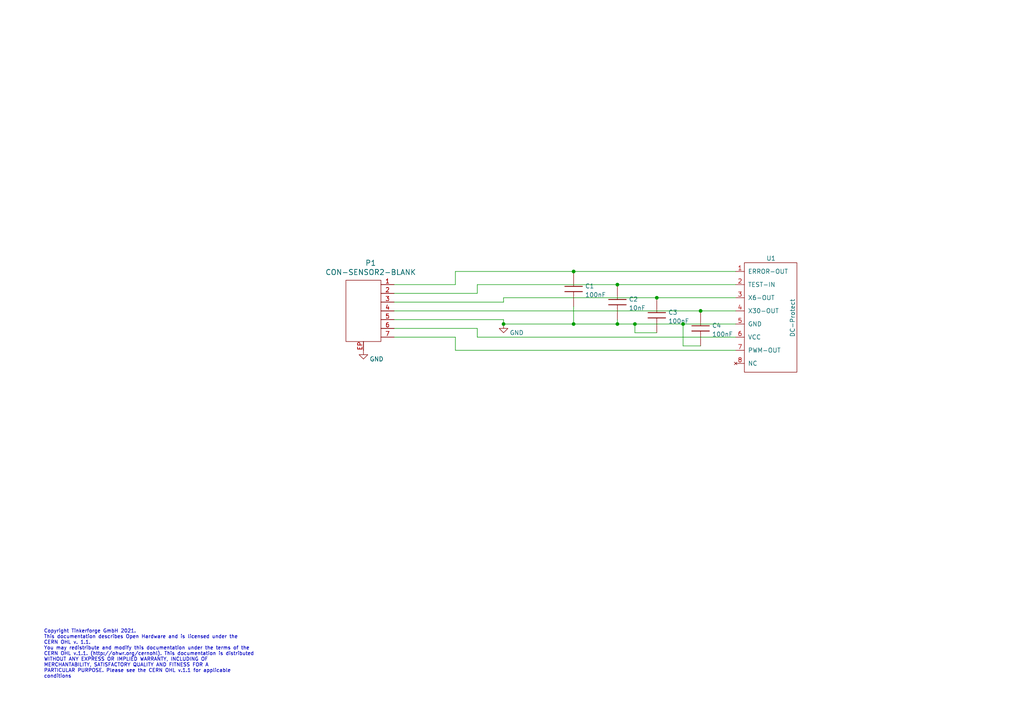
<source format=kicad_sch>
(kicad_sch (version 20211123) (generator eeschema)

  (uuid 272ebfdf-fcd1-45ea-a381-aa8861670110)

  (paper "A4")

  (title_block
    (title "DC Protect")
    (date "2022-12-07")
    (rev "1.3")
    (company "Tinkerforge GmbH")
    (comment 1 "Licensed under CERN OHL v.1.1")
    (comment 2 "Copyright (©) 2020, T.Schneidermann <tim@tinkerforge.com>")
  )

  (lib_symbols
    (symbol "tinkerforge:C" (pin_numbers hide) (pin_names (offset 0.254)) (in_bom yes) (on_board yes)
      (property "Reference" "C" (id 0) (at 1.27 2.54 0)
        (effects (font (size 1.27 1.27)) (justify left))
      )
      (property "Value" "C" (id 1) (at 1.27 -2.54 0)
        (effects (font (size 1.27 1.27)) (justify left))
      )
      (property "Footprint" "" (id 2) (at 0 0 0)
        (effects (font (size 1.524 1.524)))
      )
      (property "Datasheet" "" (id 3) (at 0 0 0)
        (effects (font (size 1.524 1.524)))
      )
      (property "ki_fp_filters" "SM* C? C1-1" (id 4) (at 0 0 0)
        (effects (font (size 1.27 1.27)) hide)
      )
      (symbol "C_0_1"
        (polyline
          (pts
            (xy -2.54 -0.762)
            (xy 2.54 -0.762)
          )
          (stroke (width 0.254) (type default) (color 0 0 0 0))
          (fill (type none))
        )
        (polyline
          (pts
            (xy -2.54 0.762)
            (xy 2.54 0.762)
          )
          (stroke (width 0.254) (type default) (color 0 0 0 0))
          (fill (type none))
        )
      )
      (symbol "C_1_1"
        (pin passive line (at 0 5.08 270) (length 4.318)
          (name "~" (effects (font (size 1.016 1.016))))
          (number "1" (effects (font (size 1.016 1.016))))
        )
        (pin passive line (at 0 -5.08 90) (length 4.318)
          (name "~" (effects (font (size 1.016 1.016))))
          (number "2" (effects (font (size 1.016 1.016))))
        )
      )
    )
    (symbol "tinkerforge:CON-SENSOR2-BLANK" (pin_names (offset 1.016)) (in_bom yes) (on_board yes)
      (property "Reference" "P" (id 0) (at -3.81 10.16 0)
        (effects (font (size 1.524 1.524)))
      )
      (property "Value" "CON-SENSOR2-BLANK" (id 1) (at 3.81 0 90)
        (effects (font (size 1.524 1.524)))
      )
      (property "Footprint" "" (id 2) (at 2.54 -3.81 0)
        (effects (font (size 1.524 1.524)))
      )
      (property "Datasheet" "" (id 3) (at 2.54 -3.81 0)
        (effects (font (size 1.524 1.524)))
      )
      (property "ki_fp_filters" "CON-SENSOR2" (id 4) (at 0 0 0)
        (effects (font (size 1.27 1.27)) hide)
      )
      (symbol "CON-SENSOR2-BLANK_0_1"
        (rectangle (start -5.08 8.89) (end 5.08 -8.89)
          (stroke (width 0) (type default) (color 0 0 0 0))
          (fill (type none))
        )
      )
      (symbol "CON-SENSOR2-BLANK_1_1"
        (pin passive line (at -8.89 7.62 0) (length 3.81)
          (name "~" (effects (font (size 1.27 1.27))))
          (number "1" (effects (font (size 1.27 1.27))))
        )
        (pin passive line (at -8.89 5.08 0) (length 3.81)
          (name "~" (effects (font (size 1.27 1.27))))
          (number "2" (effects (font (size 1.27 1.27))))
        )
        (pin passive line (at -8.89 2.54 0) (length 3.81)
          (name "~" (effects (font (size 1.27 1.27))))
          (number "3" (effects (font (size 1.27 1.27))))
        )
        (pin passive line (at -8.89 0 0) (length 3.81)
          (name "~" (effects (font (size 1.27 1.27))))
          (number "4" (effects (font (size 1.27 1.27))))
        )
        (pin passive line (at -8.89 -2.54 0) (length 3.81)
          (name "~" (effects (font (size 1.27 1.27))))
          (number "5" (effects (font (size 1.27 1.27))))
        )
        (pin passive line (at -8.89 -5.08 0) (length 3.81)
          (name "~" (effects (font (size 1.27 1.27))))
          (number "6" (effects (font (size 1.27 1.27))))
        )
        (pin passive line (at -8.89 -7.62 0) (length 3.81)
          (name "~" (effects (font (size 1.27 1.27))))
          (number "7" (effects (font (size 1.27 1.27))))
        )
        (pin passive line (at 0 -11.43 90) (length 2.54)
          (name "~" (effects (font (size 1.27 1.27))))
          (number "EP" (effects (font (size 1.27 1.27))))
        )
      )
    )
    (symbol "tinkerforge:DC-Protect" (pin_names (offset 1.016)) (in_bom yes) (on_board yes)
      (property "Reference" "U" (id 0) (at 0 16.51 0)
        (effects (font (size 1.27 1.27)))
      )
      (property "Value" "DC-Protect" (id 1) (at 6.35 0 90)
        (effects (font (size 1.27 1.27)))
      )
      (property "Footprint" "" (id 2) (at 5.08 11.43 0)
        (effects (font (size 1.27 1.27)) hide)
      )
      (property "Datasheet" "" (id 3) (at 5.08 11.43 0)
        (effects (font (size 1.27 1.27)) hide)
      )
      (symbol "DC-Protect_0_1"
        (rectangle (start -7.62 15.24) (end 7.62 -16.51)
          (stroke (width 0) (type default) (color 0 0 0 0))
          (fill (type none))
        )
      )
      (symbol "DC-Protect_1_1"
        (pin input line (at -10.16 12.7 0) (length 2.54)
          (name "ERROR-OUT" (effects (font (size 1.27 1.27))))
          (number "1" (effects (font (size 1.27 1.27))))
        )
        (pin input line (at -10.16 8.89 0) (length 2.54)
          (name "TEST-IN" (effects (font (size 1.27 1.27))))
          (number "2" (effects (font (size 1.27 1.27))))
        )
        (pin input line (at -10.16 5.08 0) (length 2.54)
          (name "X6-OUT" (effects (font (size 1.27 1.27))))
          (number "3" (effects (font (size 1.27 1.27))))
        )
        (pin input line (at -10.16 1.27 0) (length 2.54)
          (name "X30-OUT" (effects (font (size 1.27 1.27))))
          (number "4" (effects (font (size 1.27 1.27))))
        )
        (pin input line (at -10.16 -2.54 0) (length 2.54)
          (name "GND" (effects (font (size 1.27 1.27))))
          (number "5" (effects (font (size 1.27 1.27))))
        )
        (pin input line (at -10.16 -6.35 0) (length 2.54)
          (name "VCC" (effects (font (size 1.27 1.27))))
          (number "6" (effects (font (size 1.27 1.27))))
        )
        (pin input line (at -10.16 -10.16 0) (length 2.54)
          (name "PWM-OUT" (effects (font (size 1.27 1.27))))
          (number "7" (effects (font (size 1.27 1.27))))
        )
        (pin no_connect line (at -10.16 -13.97 0) (length 2.54)
          (name "NC" (effects (font (size 1.27 1.27))))
          (number "8" (effects (font (size 1.27 1.27))))
        )
      )
    )
    (symbol "tinkerforge:GND" (power) (pin_names (offset 0)) (in_bom yes) (on_board yes)
      (property "Reference" "#PWR" (id 0) (at 0 -6.35 0)
        (effects (font (size 1.27 1.27)) hide)
      )
      (property "Value" "GND" (id 1) (at 0 -5.08 0)
        (effects (font (size 1.27 1.27)))
      )
      (property "Footprint" "" (id 2) (at 0 0 0)
        (effects (font (size 1.27 1.27)))
      )
      (property "Datasheet" "" (id 3) (at 0 0 0)
        (effects (font (size 1.27 1.27)))
      )
      (symbol "GND_0_1"
        (polyline
          (pts
            (xy 0 0)
            (xy 0 -1.27)
            (xy 1.27 -1.27)
            (xy 0 -2.54)
            (xy -1.27 -1.27)
            (xy 0 -1.27)
          )
          (stroke (width 0) (type default) (color 0 0 0 0))
          (fill (type none))
        )
      )
      (symbol "GND_1_1"
        (pin power_in line (at 0 0 270) (length 0) hide
          (name "GND" (effects (font (size 1.27 1.27))))
          (number "1" (effects (font (size 1.27 1.27))))
        )
      )
    )
  )

  (junction (at 184.15 93.98) (diameter 0) (color 0 0 0 0)
    (uuid 0fc3a895-bd67-4d04-81cc-12193be5204e)
  )
  (junction (at 146.05 93.98) (diameter 0) (color 0 0 0 0)
    (uuid 154a3467-97c7-41dd-943a-29ba31551863)
  )
  (junction (at 179.07 93.98) (diameter 0) (color 0 0 0 0)
    (uuid 3cb7391e-7732-47ca-9fed-a7066ef5d3b3)
  )
  (junction (at 190.5 86.36) (diameter 0) (color 0 0 0 0)
    (uuid 7a10fc2c-87ea-4c43-9edf-23c6fb31b7c7)
  )
  (junction (at 203.2 90.17) (diameter 0) (color 0 0 0 0)
    (uuid 7fbdddcb-a77b-4436-9323-c97d3235a1a2)
  )
  (junction (at 166.37 93.98) (diameter 0) (color 0 0 0 0)
    (uuid 870c250b-f6b2-4b86-82af-62a7937074c5)
  )
  (junction (at 166.37 78.74) (diameter 0) (color 0 0 0 0)
    (uuid 8984fd14-a822-4c05-9e81-5b3317ac97b4)
  )
  (junction (at 179.07 82.55) (diameter 0) (color 0 0 0 0)
    (uuid c0bcab15-73eb-4ece-a4bd-4ca51ef7bb9d)
  )
  (junction (at 198.12 93.98) (diameter 0) (color 0 0 0 0)
    (uuid dcc3e7ae-e8a3-40b9-be0a-42b6f8c1564a)
  )

  (wire (pts (xy 132.08 78.74) (xy 166.37 78.74))
    (stroke (width 0) (type default) (color 0 0 0 0))
    (uuid 155065bc-7675-4721-b549-cf448608b903)
  )
  (wire (pts (xy 138.43 85.09) (xy 114.3 85.09))
    (stroke (width 0) (type default) (color 0 0 0 0))
    (uuid 1f24e7a0-83e7-4b04-b0f0-b5cf181621ea)
  )
  (wire (pts (xy 114.3 82.55) (xy 132.08 82.55))
    (stroke (width 0) (type default) (color 0 0 0 0))
    (uuid 2f9ee7a2-4948-4ed7-994f-c0af40cbd64b)
  )
  (wire (pts (xy 166.37 88.9) (xy 166.37 93.98))
    (stroke (width 0) (type default) (color 0 0 0 0))
    (uuid 3c70e3b0-6d08-4c68-ae97-9422028e6edc)
  )
  (wire (pts (xy 138.43 82.55) (xy 138.43 85.09))
    (stroke (width 0) (type default) (color 0 0 0 0))
    (uuid 407c59f9-e0b6-4359-b516-d1540b0cd19b)
  )
  (wire (pts (xy 114.3 87.63) (xy 146.05 87.63))
    (stroke (width 0) (type default) (color 0 0 0 0))
    (uuid 516c923f-0b7d-4db9-8ff3-69016a49e8d8)
  )
  (wire (pts (xy 166.37 93.98) (xy 179.07 93.98))
    (stroke (width 0) (type default) (color 0 0 0 0))
    (uuid 540b5768-7d62-4b82-9012-bab6666414c6)
  )
  (wire (pts (xy 203.2 100.33) (xy 198.12 100.33))
    (stroke (width 0) (type default) (color 0 0 0 0))
    (uuid 56303c99-3e04-449b-af2a-e8b75c130cb7)
  )
  (wire (pts (xy 138.43 97.79) (xy 213.36 97.79))
    (stroke (width 0) (type default) (color 0 0 0 0))
    (uuid 5a544766-3892-4e7d-a44a-7a62e752f539)
  )
  (wire (pts (xy 146.05 92.71) (xy 146.05 93.98))
    (stroke (width 0) (type default) (color 0 0 0 0))
    (uuid 654b790a-a4bf-44d5-953e-33eb83a2a0fd)
  )
  (wire (pts (xy 132.08 97.79) (xy 132.08 101.6))
    (stroke (width 0) (type default) (color 0 0 0 0))
    (uuid 6c56db3a-f4df-4297-b18f-99014d8456db)
  )
  (wire (pts (xy 138.43 97.79) (xy 138.43 95.25))
    (stroke (width 0) (type default) (color 0 0 0 0))
    (uuid 7faeb220-f8d7-4d7c-b615-a564b2a7cecf)
  )
  (wire (pts (xy 146.05 87.63) (xy 146.05 86.36))
    (stroke (width 0) (type default) (color 0 0 0 0))
    (uuid 89b161db-ca8d-4fee-b889-22c0bf31b61b)
  )
  (wire (pts (xy 190.5 96.52) (xy 184.15 96.52))
    (stroke (width 0) (type default) (color 0 0 0 0))
    (uuid 8dfebe29-b880-485a-aa91-0748c605d0a9)
  )
  (wire (pts (xy 146.05 93.98) (xy 166.37 93.98))
    (stroke (width 0) (type default) (color 0 0 0 0))
    (uuid 94cea7d9-60d1-4f8d-ba03-9f29992b8913)
  )
  (wire (pts (xy 179.07 92.71) (xy 179.07 93.98))
    (stroke (width 0) (type default) (color 0 0 0 0))
    (uuid 9ccc7bb2-ac33-4309-82dd-df6450c18543)
  )
  (wire (pts (xy 114.3 97.79) (xy 132.08 97.79))
    (stroke (width 0) (type default) (color 0 0 0 0))
    (uuid a86d404b-2b1d-430b-8cfe-a280dc50c4af)
  )
  (wire (pts (xy 132.08 101.6) (xy 213.36 101.6))
    (stroke (width 0) (type default) (color 0 0 0 0))
    (uuid bdb6eb6c-b6a7-4389-b85b-b884f12b2e9d)
  )
  (wire (pts (xy 184.15 93.98) (xy 184.15 96.52))
    (stroke (width 0) (type default) (color 0 0 0 0))
    (uuid c08ad362-b2fe-4efc-a0ab-3cb3eb330e99)
  )
  (wire (pts (xy 198.12 100.33) (xy 198.12 93.98))
    (stroke (width 0) (type default) (color 0 0 0 0))
    (uuid c8fffb91-90c2-46cb-acb0-406f9dff347e)
  )
  (wire (pts (xy 132.08 82.55) (xy 132.08 78.74))
    (stroke (width 0) (type default) (color 0 0 0 0))
    (uuid c9199ef2-1143-40fe-bbdd-0ddf037198b6)
  )
  (wire (pts (xy 190.5 86.36) (xy 213.36 86.36))
    (stroke (width 0) (type default) (color 0 0 0 0))
    (uuid cfac232c-92c8-4b1f-9df4-273c7caf3e10)
  )
  (wire (pts (xy 114.3 92.71) (xy 146.05 92.71))
    (stroke (width 0) (type default) (color 0 0 0 0))
    (uuid d0b78cb9-a369-4d6c-9613-487b13d96713)
  )
  (wire (pts (xy 138.43 95.25) (xy 114.3 95.25))
    (stroke (width 0) (type default) (color 0 0 0 0))
    (uuid d28c5f89-fb87-4505-b972-b729ded4d3df)
  )
  (wire (pts (xy 138.43 82.55) (xy 179.07 82.55))
    (stroke (width 0) (type default) (color 0 0 0 0))
    (uuid d860b1ee-daa5-4f7a-8135-79ed9718eb1c)
  )
  (wire (pts (xy 184.15 93.98) (xy 198.12 93.98))
    (stroke (width 0) (type default) (color 0 0 0 0))
    (uuid ddd19dc8-a427-41c0-99fd-e761642a1672)
  )
  (wire (pts (xy 114.3 90.17) (xy 203.2 90.17))
    (stroke (width 0) (type default) (color 0 0 0 0))
    (uuid ecb6249a-3b1c-42ec-badd-6ef1e522456f)
  )
  (wire (pts (xy 179.07 93.98) (xy 184.15 93.98))
    (stroke (width 0) (type default) (color 0 0 0 0))
    (uuid ed28771f-d1db-4a85-ac51-1bedf143fde9)
  )
  (wire (pts (xy 203.2 90.17) (xy 213.36 90.17))
    (stroke (width 0) (type default) (color 0 0 0 0))
    (uuid eeccb180-1c9c-4014-b728-ac77d5250d7f)
  )
  (wire (pts (xy 179.07 82.55) (xy 213.36 82.55))
    (stroke (width 0) (type default) (color 0 0 0 0))
    (uuid f788a16e-7b1b-48fc-bf15-43e96f548733)
  )
  (wire (pts (xy 166.37 78.74) (xy 213.36 78.74))
    (stroke (width 0) (type default) (color 0 0 0 0))
    (uuid f9ffe06f-79bf-466f-add1-93d3422389e6)
  )
  (wire (pts (xy 146.05 86.36) (xy 190.5 86.36))
    (stroke (width 0) (type default) (color 0 0 0 0))
    (uuid fa177b43-8874-4edb-b267-54a6a0a40d90)
  )
  (wire (pts (xy 198.12 93.98) (xy 213.36 93.98))
    (stroke (width 0) (type default) (color 0 0 0 0))
    (uuid fb35bfa2-e440-4817-8a41-cc77ded456e6)
  )

  (text "Copyright Tinkerforge GmbH 2021.\nThis documentation describes Open Hardware and is licensed under the\nCERN OHL v. 1.1.\nYou may redistribute and modify this documentation under the terms of the\nCERN OHL v.1.1. (http://ohwr.org/cernohl). This documentation is distributed\nWITHOUT ANY EXPRESS OR IMPLIED WARRANTY, INCLUDING OF\nMERCHANTABILITY, SATISFACTORY QUALITY AND FITNESS FOR A\nPARTICULAR PURPOSE. Please see the CERN OHL v.1.1 for applicable\nconditions\n"
    (at 12.7 196.85 0)
    (effects (font (size 1.016 1.016)) (justify left bottom))
    (uuid d7872dd2-e445-44b3-8bd5-d106136946c0)
  )

  (symbol (lib_id "tinkerforge:DC-Protect") (at 223.52 91.44 0) (unit 1)
    (in_bom yes) (on_board yes)
    (uuid 00000000-0000-0000-0000-0000603506d1)
    (property "Reference" "U1" (id 0) (at 222.25 74.93 0)
      (effects (font (size 1.27 1.27)) (justify left))
    )
    (property "Value" "DC-Protect" (id 1) (at 229.87 97.79 90)
      (effects (font (size 1.27 1.27)) (justify left))
    )
    (property "Footprint" "kicad-libraries:DC-Protect" (id 2) (at 228.6 80.01 0)
      (effects (font (size 1.27 1.27)) hide)
    )
    (property "Datasheet" "" (id 3) (at 228.6 80.01 0)
      (effects (font (size 1.27 1.27)) hide)
    )
    (pin "1" (uuid f569fb72-89e0-4359-91cc-f5c2101e3c12))
    (pin "2" (uuid 20286f44-165b-48e8-b89f-e5d786fb37aa))
    (pin "3" (uuid 2bfb47cf-9e94-4e94-b55b-83fddf5bb2d9))
    (pin "4" (uuid 3ae51e89-e86f-4095-826a-29c536a4f4a8))
    (pin "5" (uuid aeaa68be-5424-4f00-b6ea-1c43729156c2))
    (pin "6" (uuid 007f5c3f-98fa-41a4-9b1b-18c63b25a095))
    (pin "7" (uuid 91d0ed1a-23cd-40de-8483-888679b9fe4b))
    (pin "8" (uuid 1fe9cc30-3fa5-40db-8edb-0caec2aa609d))
  )

  (symbol (lib_id "tinkerforge:GND") (at 146.05 93.98 0) (unit 1)
    (in_bom yes) (on_board yes)
    (uuid 00000000-0000-0000-0000-0000603516d0)
    (property "Reference" "#PWR0101" (id 0) (at 146.05 100.33 0)
      (effects (font (size 1.27 1.27)) hide)
    )
    (property "Value" "GND" (id 1) (at 149.86 96.52 0))
    (property "Footprint" "" (id 2) (at 146.05 93.98 0))
    (property "Datasheet" "" (id 3) (at 146.05 93.98 0))
    (pin "1" (uuid e5cfe0b8-f876-4055-9040-436f93f9c373))
  )

  (symbol (lib_id "tinkerforge:CON-SENSOR2-BLANK") (at 105.41 90.17 0) (mirror y) (unit 1)
    (in_bom yes) (on_board yes)
    (uuid 00000000-0000-0000-0000-000060362595)
    (property "Reference" "P1" (id 0) (at 107.5182 76.2762 0)
      (effects (font (size 1.524 1.524)))
    )
    (property "Value" "CON-SENSOR2-BLANK" (id 1) (at 107.5182 78.9686 0)
      (effects (font (size 1.524 1.524)))
    )
    (property "Footprint" "kicad-libraries:CON-SENSOR2_180" (id 2) (at 102.87 93.98 0)
      (effects (font (size 1.524 1.524)) hide)
    )
    (property "Datasheet" "" (id 3) (at 102.87 93.98 0)
      (effects (font (size 1.524 1.524)))
    )
    (pin "1" (uuid 5e8f2d44-f9a7-4087-827f-84e608550e87))
    (pin "2" (uuid ffc04538-430d-4a66-b63d-5951b1559d4d))
    (pin "3" (uuid dd9de381-0d98-4050-8d7e-6a3b98f53b44))
    (pin "4" (uuid bf504a0e-44c3-4817-af4c-496a799c1f0c))
    (pin "5" (uuid 2c23a35f-b4da-4333-8f3c-8878c5e2b041))
    (pin "6" (uuid acfe082f-d477-49ea-8f92-53c3893083ff))
    (pin "7" (uuid 93659fc3-5573-4177-b952-3672414657a9))
    (pin "EP" (uuid 4905a257-80ec-4e17-9b36-1ceece281a20))
  )

  (symbol (lib_id "tinkerforge:GND") (at 105.41 101.6 0) (unit 1)
    (in_bom yes) (on_board yes)
    (uuid 00000000-0000-0000-0000-000060362e67)
    (property "Reference" "#PWR0102" (id 0) (at 105.41 107.95 0)
      (effects (font (size 1.27 1.27)) hide)
    )
    (property "Value" "GND" (id 1) (at 109.22 104.14 0))
    (property "Footprint" "" (id 2) (at 105.41 101.6 0))
    (property "Datasheet" "" (id 3) (at 105.41 101.6 0))
    (pin "1" (uuid 5819a39f-b2c5-4364-becf-6b85474cfe28))
  )

  (symbol (lib_id "tinkerforge:C") (at 166.37 83.82 0) (unit 1)
    (in_bom yes) (on_board yes) (fields_autoplaced)
    (uuid 0c539cf9-0f2b-4bf2-aa76-0e93f8b42f6f)
    (property "Reference" "C1" (id 0) (at 169.672 82.9853 0)
      (effects (font (size 1.27 1.27)) (justify left))
    )
    (property "Value" "100nF" (id 1) (at 169.672 85.5222 0)
      (effects (font (size 1.27 1.27)) (justify left))
    )
    (property "Footprint" "kicad-libraries:C0402E" (id 2) (at 166.37 83.82 0)
      (effects (font (size 1.524 1.524)) hide)
    )
    (property "Datasheet" "" (id 3) (at 166.37 83.82 0)
      (effects (font (size 1.524 1.524)))
    )
    (pin "1" (uuid 992c6e02-0dd4-49c3-a057-8f6ed0d02709))
    (pin "2" (uuid c45f7716-a6f3-4d8d-85fe-1295a81e6637))
  )

  (symbol (lib_id "tinkerforge:C") (at 203.2 95.25 0) (unit 1)
    (in_bom yes) (on_board yes) (fields_autoplaced)
    (uuid 268d46ed-0e82-4f78-98f9-dc2e32eb23e0)
    (property "Reference" "C4" (id 0) (at 206.502 94.4153 0)
      (effects (font (size 1.27 1.27)) (justify left))
    )
    (property "Value" "100nF" (id 1) (at 206.502 96.9522 0)
      (effects (font (size 1.27 1.27)) (justify left))
    )
    (property "Footprint" "kicad-libraries:C0402E" (id 2) (at 203.2 95.25 0)
      (effects (font (size 1.524 1.524)) hide)
    )
    (property "Datasheet" "" (id 3) (at 203.2 95.25 0)
      (effects (font (size 1.524 1.524)))
    )
    (pin "1" (uuid e7490b75-305a-4fee-b47f-bfd609dcface))
    (pin "2" (uuid b56810f0-1db3-4c94-9412-6cad9fd0275f))
  )

  (symbol (lib_id "tinkerforge:C") (at 179.07 87.63 0) (unit 1)
    (in_bom yes) (on_board yes) (fields_autoplaced)
    (uuid 40d4cb64-6fc4-421f-9366-d83348257ad6)
    (property "Reference" "C2" (id 0) (at 182.372 86.7953 0)
      (effects (font (size 1.27 1.27)) (justify left))
    )
    (property "Value" "10nF" (id 1) (at 182.372 89.3322 0)
      (effects (font (size 1.27 1.27)) (justify left))
    )
    (property "Footprint" "kicad-libraries:C0402E" (id 2) (at 179.07 87.63 0)
      (effects (font (size 1.524 1.524)) hide)
    )
    (property "Datasheet" "" (id 3) (at 179.07 87.63 0)
      (effects (font (size 1.524 1.524)))
    )
    (pin "1" (uuid 8c71af29-7540-4e1b-9fae-9fd450cad50f))
    (pin "2" (uuid f2ee2d55-5421-4268-9ba0-24b622b7b615))
  )

  (symbol (lib_id "tinkerforge:C") (at 190.5 91.44 0) (unit 1)
    (in_bom yes) (on_board yes) (fields_autoplaced)
    (uuid a02b25bb-8d99-429c-8672-999513049163)
    (property "Reference" "C3" (id 0) (at 193.802 90.6053 0)
      (effects (font (size 1.27 1.27)) (justify left))
    )
    (property "Value" "100nF" (id 1) (at 193.802 93.1422 0)
      (effects (font (size 1.27 1.27)) (justify left))
    )
    (property "Footprint" "kicad-libraries:C0402E" (id 2) (at 190.5 91.44 0)
      (effects (font (size 1.524 1.524)) hide)
    )
    (property "Datasheet" "" (id 3) (at 190.5 91.44 0)
      (effects (font (size 1.524 1.524)))
    )
    (pin "1" (uuid 76f875af-83fd-4670-a77c-7f6ea6a0d000))
    (pin "2" (uuid 75b8700e-1ef3-44c7-b5fb-e7e5963967da))
  )

  (sheet_instances
    (path "/" (page "1"))
  )

  (symbol_instances
    (path "/00000000-0000-0000-0000-0000603516d0"
      (reference "#PWR0101") (unit 1) (value "GND") (footprint "")
    )
    (path "/00000000-0000-0000-0000-000060362e67"
      (reference "#PWR0102") (unit 1) (value "GND") (footprint "")
    )
    (path "/0c539cf9-0f2b-4bf2-aa76-0e93f8b42f6f"
      (reference "C1") (unit 1) (value "100nF") (footprint "kicad-libraries:C0402E")
    )
    (path "/40d4cb64-6fc4-421f-9366-d83348257ad6"
      (reference "C2") (unit 1) (value "10nF") (footprint "kicad-libraries:C0402E")
    )
    (path "/a02b25bb-8d99-429c-8672-999513049163"
      (reference "C3") (unit 1) (value "100nF") (footprint "kicad-libraries:C0402E")
    )
    (path "/268d46ed-0e82-4f78-98f9-dc2e32eb23e0"
      (reference "C4") (unit 1) (value "100nF") (footprint "kicad-libraries:C0402E")
    )
    (path "/00000000-0000-0000-0000-000060362595"
      (reference "P1") (unit 1) (value "CON-SENSOR2-BLANK") (footprint "kicad-libraries:CON-SENSOR2_180")
    )
    (path "/00000000-0000-0000-0000-0000603506d1"
      (reference "U1") (unit 1) (value "DC-Protect") (footprint "kicad-libraries:DC-Protect")
    )
  )
)

</source>
